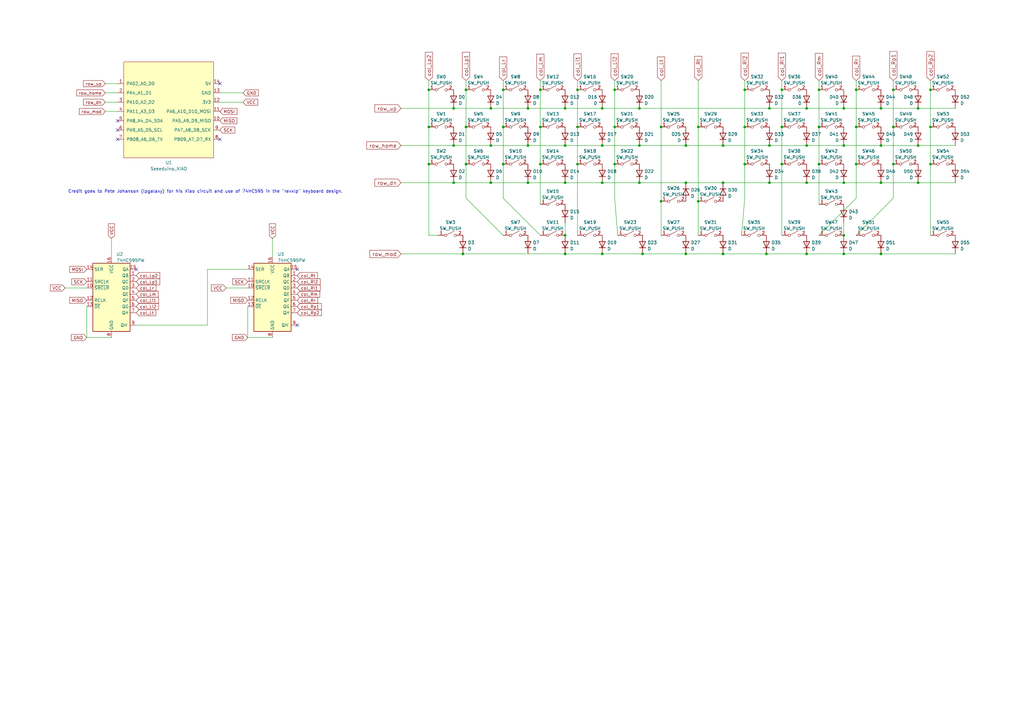
<source format=kicad_sch>
(kicad_sch (version 20211123) (generator eeschema)
  (paper "A3")
  (title_block (title "BumWings_002") (date "2022-11-16") (rev "v0.5") (company "tubby.twins a.k.a. mschnoor"))
  (lib_symbols
    (symbol "74xx:74HC595"
      (property "Reference" "U" (at -7.62 13.97 0))
      (property "Value" "74HC595" (at -7.62 -16.51 0))
      (symbol "74HC595_1_0"
        (pin tri_state line (at 10.16 7.62 180) (length 2.54) (name "QB") (number "1"))
        (pin input line (at -10.16 2.54 0) (length 2.54) (name "~{SRCLR}") (number "10"))
        (pin input line (at -10.16 5.08 0) (length 2.54) (name "SRCLK") (number "11"))
        (pin input line (at -10.16 -2.54 0) (length 2.54) (name "RCLK") (number "12"))
        (pin input line (at -10.16 -5.08 0) (length 2.54) (name "~{OE}") (number "13"))
        (pin input line (at -10.16 10.16 0) (length 2.54) (name "SER") (number "14"))
        (pin tri_state line (at 10.16 10.16 180) (length 2.54) (name "QA") (number "15"))
        (pin power_in line (at 0 15.24 270) (length 2.54) (name "VCC") (number "16"))
        (pin tri_state line (at 10.16 5.08 180) (length 2.54) (name "QC") (number "2"))
        (pin tri_state line (at 10.16 2.54 180) (length 2.54) (name "QD") (number "3"))
        (pin tri_state line (at 10.16 0 180) (length 2.54) (name "QE") (number "4"))
        (pin tri_state line (at 10.16 -2.54 180) (length 2.54) (name "QF") (number "5"))
        (pin tri_state line (at 10.16 -5.08 180) (length 2.54) (name "QG") (number "6"))
        (pin tri_state line (at 10.16 -7.62 180) (length 2.54) (name "QH") (number "7"))
        (pin power_in line (at 0 -17.78 90) (length 2.54) (name "GND") (number "8"))
        (pin output line (at 10.16 -12.7 180) (length 2.54) (name "QH'") (number "9"))
      )
      (symbol "74HC595_1_1"
        (rectangle (start -7.62 12.7) (end 7.62 -15.24) (stroke (width 0.254)) (fill (type background)))
      )
    )
    (symbol "BumWings_SymLibrary:Key_Switch" (pin_names (offset 0) hide)
      (property "Reference" "K" (at 0 3.175 0))
      (symbol "Key_Switch_0_0"
        (circle (center -2.032 0) (radius 0.508))
        (polyline (pts (xy -1.524 0.254) (xy 1.524 1.778)))
        (circle (center 2.032 0) (radius 0.508))
      )
      (symbol "Key_Switch_1_1"
        (pin passive line (at -5.08 0 0) (length 2.54) (name "A") (number "1"))
        (pin passive line (at 5.08 0 180) (length 2.54) (name "B") (number "2"))
      )
    )
    (symbol "Device:D" (pin_numbers hide) (pin_names (offset 1.016) hide)
      (property "Reference" "D" (at 0 2.54 0))
      (property "Value" "D" (at 0 -2.54 0))
      (symbol "D_0_1"
        (polyline (pts (xy -1.27 1.27) (xy -1.27 -1.27)) (stroke (width 0.254)))
        (polyline (pts (xy 1.27 0) (xy -1.27 0)))
        (polyline (pts (xy 1.27 1.27) (xy 1.27 -1.27) (xy -1.27 0) (xy 1.27 1.27)) (stroke (width 0.254)))
      )
      (symbol "D_1_1"
        (pin passive line (at -3.81 0 0) (length 2.54) (name "K") (number "1"))
        (pin passive line (at 3.81 0 180) (length 2.54) (name "A") (number "2"))
      )
    )
    (symbol "Seeeduino XIAO:SeeeduinoXIAO_BLE" (pin_names (offset 1.016))
      (property "Reference" "U1" (at -0.635 -20.9534 0))
      (property "Value" "Seeeduino_XIAO" (at -0.635 -23.4903 0))
      (symbol "SeeeduinoXIAO_BLE_0_1"
        (rectangle (start -19.05 20.32) (end 17.78 -19.05) (fill (type background)))
      )
      (symbol "SeeeduinoXIAO_BLE_1_1"
        (pin bidirectional line (at -21.59 11.43 0) (length 2.54) (name "PA02_A0_D0") (number "1"))
        (pin bidirectional line (at 20.32 -3.81 180) (length 2.54) (name "PA5_A9_D9_MISO") (number "10"))
        (pin bidirectional line (at 20.32 0 180) (length 2.54) (name "PA6_A10_D10_MOSI") (number "11"))
        (pin power_out line (at 20.32 3.81 180) (length 2.54) (name "3V3") (number "12"))
        (pin power_out line (at 20.32 7.62 180) (length 2.54) (name "GND") (number "13"))
        (pin power_out line (at 20.32 11.43 180) (length 2.54) (name "5V") (number "14"))
        (pin bidirectional line (at -21.59 7.62 0) (length 2.54) (name "PA4_A1_D1") (number "2"))
        (pin bidirectional line (at -21.59 3.81 0) (length 2.54) (name "PA10_A2_D2") (number "3"))
        (pin unspecified line (at -21.59 0 0) (length 2.54) (name "PA11_A3_D3") (number "4"))
        (pin bidirectional line (at -21.59 -3.81 0) (length 2.54) (name "PA8_A4_D4_SDA") (number "5"))
        (pin bidirectional line (at -21.59 -7.62 0) (length 2.54) (name "PA9_A5_D5_SCL") (number "6"))
        (pin bidirectional line (at -21.59 -11.43 0) (length 2.54) (name "PB08_A6_D6_TX") (number "7"))
        (pin bidirectional line (at 20.32 -11.43 180) (length 2.54) (name "PB09_A7_D7_RX") (number "8"))
        (pin bidirectional line (at 20.32 -7.62 180) (length 2.54) (name "PA7_A8_D8_SCK") (number "9"))
      )
    )
  )
  (junction (at 206.375 52.07))
  (junction (at 351.155 36.83))
  (junction (at 361.315 59.69))
  (junction (at 346.075 74.93))
  (junction (at 216.535 44.45))
  (junction (at 346.075 59.69))
  (junction (at 247.015 59.69))
  (junction (at 376.555 59.69))
  (junction (at 381.635 36.83))
  (junction (at 206.375 67.31))
  (junction (at 186.055 74.93))
  (junction (at 366.395 67.31))
  (junction (at 330.835 104.14))
  (junction (at 351.155 52.07))
  (junction (at 191.135 36.83))
  (junction (at 231.775 59.69))
  (junction (at 262.255 59.69))
  (junction (at 330.835 74.93))
  (junction (at 236.855 52.07))
  (junction (at 252.095 67.31))
  (junction (at 305.435 52.07))
  (junction (at 305.435 36.83))
  (junction (at 366.395 52.07))
  (junction (at 175.895 67.31))
  (junction (at 247.015 44.45))
  (junction (at 216.535 74.93))
  (junction (at 351.155 67.31))
  (junction (at 346.075 104.14))
  (junction (at 236.855 36.83))
  (junction (at 376.555 44.45))
  (junction (at 186.055 44.45))
  (junction (at 335.915 67.31))
  (junction (at 320.675 52.07))
  (junction (at 381.635 67.31))
  (junction (at 314.325 104.14))
  (junction (at 335.915 52.07))
  (junction (at 231.775 44.45))
  (junction (at 189.865 104.14))
  (junction (at 216.535 59.69))
  (junction (at 263.525 104.14))
  (junction (at 247.015 74.93))
  (junction (at 231.775 74.93))
  (junction (at 361.315 104.14))
  (junction (at 236.855 67.31))
  (junction (at 305.435 67.31))
  (junction (at 231.775 96.52))
  (junction (at 381.635 52.07))
  (junction (at 201.295 74.93))
  (junction (at 296.545 74.93))
  (junction (at 315.595 44.45))
  (junction (at 206.375 36.83))
  (junction (at 296.545 59.69))
  (junction (at 315.595 59.69))
  (junction (at 361.315 74.93))
  (junction (at 252.095 36.83))
  (junction (at 271.145 82.55))
  (junction (at 271.145 52.07))
  (junction (at 330.835 59.69))
  (junction (at 175.895 36.83))
  (junction (at 286.385 52.07))
  (junction (at 221.615 52.07))
  (junction (at 286.385 82.55))
  (junction (at 346.075 44.45))
  (junction (at 320.675 67.31))
  (junction (at 262.255 44.45))
  (junction (at 201.295 59.69))
  (junction (at 221.615 36.83))
  (junction (at 186.055 59.69))
  (junction (at 346.075 96.52))
  (junction (at 281.305 74.93))
  (junction (at 247.015 104.14))
  (junction (at 281.305 59.69))
  (junction (at 262.255 74.93))
  (junction (at 252.095 52.07))
  (junction (at 231.775 104.14))
  (junction (at 335.915 36.83))
  (junction (at 361.315 44.45))
  (junction (at 315.595 74.93))
  (junction (at 191.135 52.07))
  (junction (at 281.305 104.14))
  (junction (at 376.555 74.93))
  (junction (at 366.395 36.83))
  (junction (at 296.545 104.14))
  (junction (at 221.615 67.31))
  (junction (at 330.835 44.45))
  (junction (at 175.895 52.07))
  (junction (at 201.295 44.45))
  (junction (at 320.675 36.83))
  (junction (at 191.135 67.31))
  (no_connect (at 48.26 57.15))
  (no_connect (at 48.26 53.34))
  (no_connect (at 48.26 49.53))
  (no_connect (at 90.17 34.29))
  (no_connect (at 55.88 110.49))
  (no_connect (at 121.92 110.49))
  (no_connect (at 121.92 133.35))
  (no_connect (at 90.17 57.15))
  (wire (pts (xy 320.675 67.31) (xy 320.675 96.52)))
  (wire (pts (xy 271.145 96.52) (xy 271.145 82.55)))
  (wire (pts (xy 191.135 67.31) (xy 191.135 81.28)))
  (wire (pts (xy 262.255 74.93) (xy 281.305 74.93)))
  (wire (pts (xy 45.72 97.79) (xy 45.72 105.41)))
  (wire (pts (xy 320.675 33.02) (xy 320.675 36.83)))
  (wire (pts (xy 55.88 133.35) (xy 85.09 133.35)))
  (wire (pts (xy 262.255 59.69) (xy 281.305 59.69)))
  (wire (pts (xy 216.535 104.14) (xy 231.775 104.14)))
  (wire (pts (xy 361.315 74.93) (xy 376.555 74.93)))
  (wire (pts (xy 320.675 52.07) (xy 320.675 67.31)))
  (wire (pts (xy 252.095 67.31) (xy 252.095 81.28)))
  (wire (pts (xy 271.145 52.07) (xy 271.145 82.55)))
  (wire (pts (xy 305.435 36.83) (xy 305.435 52.07)))
  (wire (pts (xy 206.375 67.31) (xy 206.375 81.28)))
  (wire (pts (xy 361.315 59.69) (xy 376.555 59.69)))
  (wire (pts (xy 175.895 36.83) (xy 175.895 52.07)))
  (wire (pts (xy 221.615 36.83) (xy 221.615 52.07)))
  (wire (pts (xy 175.895 52.07) (xy 175.895 67.31)))
  (wire (pts (xy 335.915 96.52) (xy 351.155 81.28)))
  (wire (pts (xy 315.595 74.93) (xy 330.835 74.93)))
  (wire (pts (xy 216.535 59.69) (xy 231.775 59.69)))
  (wire (pts (xy 305.435 67.31) (xy 305.435 81.28)))
  (wire (pts (xy 361.315 44.45) (xy 376.555 44.45)))
  (wire (pts (xy 315.595 44.45) (xy 330.835 44.45)))
  (wire (pts (xy 376.555 44.45) (xy 391.795 44.45)))
  (wire (pts (xy 43.18 41.91) (xy 48.26 41.91)))
  (wire (pts (xy 252.095 36.83) (xy 252.095 52.07)))
  (wire (pts (xy 216.535 74.93) (xy 231.775 74.93)))
  (wire (pts (xy 286.385 33.02) (xy 286.385 52.07)))
  (wire (pts (xy 164.465 59.69) (xy 186.055 59.69)))
  (wire (pts (xy 221.615 67.31) (xy 221.615 83.82)))
  (wire (pts (xy 231.775 104.14) (xy 247.015 104.14)))
  (wire (pts (xy 175.895 33.02) (xy 175.895 36.83)))
  (wire (pts (xy 99.695 41.91) (xy 90.17 41.91)))
  (wire (pts (xy 101.6 118.11) (xy 92.71 118.11)))
  (wire (pts (xy 351.155 67.31) (xy 351.155 81.28)))
  (wire (pts (xy 186.055 74.93) (xy 201.295 74.93)))
  (wire (pts (xy 111.76 97.79) (xy 111.76 105.41)))
  (wire (pts (xy 263.525 104.14) (xy 281.305 104.14)))
  (wire (pts (xy 381.635 33.02) (xy 381.635 36.83)))
  (wire (pts (xy 186.055 44.45) (xy 201.295 44.45)))
  (wire (pts (xy 346.075 59.69) (xy 361.315 59.69)))
  (wire (pts (xy 252.095 33.02) (xy 252.095 36.83)))
  (wire (pts (xy 43.18 34.29) (xy 48.26 34.29)))
  (wire (pts (xy 346.075 91.44) (xy 346.075 96.52)))
  (wire (pts (xy 381.635 52.07) (xy 381.635 67.31)))
  (wire (pts (xy 231.775 44.45) (xy 247.015 44.45)))
  (wire (pts (xy 296.545 104.14) (xy 314.325 104.14)))
  (wire (pts (xy 35.56 125.73) (xy 35.56 138.43)))
  (wire (pts (xy 296.545 74.93) (xy 315.595 74.93)))
  (wire (pts (xy 314.325 104.14) (xy 330.835 104.14)))
  (wire (pts (xy 101.6 125.73) (xy 101.6 138.43)))
  (wire (pts (xy 286.385 96.52) (xy 286.385 82.55)))
  (wire (pts (xy 99.695 38.1) (xy 90.17 38.1)))
  (wire (pts (xy 101.6 138.43) (xy 111.76 138.43)))
  (wire (pts (xy 236.855 67.31) (xy 236.855 96.52)))
  (wire (pts (xy 281.305 74.93) (xy 296.545 74.93)))
  (wire (pts (xy 247.015 104.14) (xy 263.525 104.14)))
  (wire (pts (xy 191.135 36.83) (xy 191.135 52.07)))
  (wire (pts (xy 216.535 44.45) (xy 231.775 44.45)))
  (wire (pts (xy 315.595 59.69) (xy 330.835 59.69)))
  (wire (pts (xy 346.075 44.45) (xy 361.315 44.45)))
  (wire (pts (xy 335.915 36.83) (xy 335.915 52.07)))
  (wire (pts (xy 221.615 52.07) (xy 221.615 67.31)))
  (wire (pts (xy 85.09 110.49) (xy 101.6 110.49)))
  (wire (pts (xy 236.855 33.02) (xy 236.855 36.83)))
  (wire (pts (xy 164.465 44.45) (xy 186.055 44.45)))
  (wire (pts (xy 247.015 44.45) (xy 262.255 44.45)))
  (wire (pts (xy 366.395 52.07) (xy 366.395 67.31)))
  (wire (pts (xy 231.775 91.44) (xy 231.775 96.52)))
  (wire (pts (xy 85.09 133.35) (xy 85.09 110.49)))
  (wire (pts (xy 286.385 52.07) (xy 286.385 82.55)))
  (wire (pts (xy 346.075 74.93) (xy 361.315 74.93)))
  (wire (pts (xy 351.155 96.52) (xy 366.395 81.28)))
  (wire (pts (xy 281.305 59.69) (xy 296.545 59.69)))
  (wire (pts (xy 236.855 36.83) (xy 236.855 52.07)))
  (wire (pts (xy 247.015 59.69) (xy 262.255 59.69)))
  (wire (pts (xy 351.155 33.02) (xy 351.155 36.83)))
  (wire (pts (xy 35.56 118.11) (xy 26.67 118.11)))
  (wire (pts (xy 346.075 104.14) (xy 361.315 104.14)))
  (wire (pts (xy 305.435 81.28) (xy 304.165 96.52)))
  (wire (pts (xy 376.555 59.69) (xy 391.795 59.69)))
  (wire (pts (xy 201.295 59.69) (xy 216.535 59.69)))
  (wire (pts (xy 231.775 74.93) (xy 247.015 74.93)))
  (wire (pts (xy 201.295 44.45) (xy 216.535 44.45)))
  (wire (pts (xy 221.615 33.02) (xy 221.615 36.83)))
  (wire (pts (xy 281.305 104.14) (xy 296.545 104.14)))
  (wire (pts (xy 252.095 52.07) (xy 252.095 67.31)))
  (wire (pts (xy 366.395 33.02) (xy 366.395 36.83)))
  (wire (pts (xy 271.145 33.02) (xy 271.145 52.07)))
  (wire (pts (xy 164.465 74.93) (xy 186.055 74.93)))
  (wire (pts (xy 206.375 33.02) (xy 206.375 36.83)))
  (wire (pts (xy 330.835 44.45) (xy 346.075 44.45)))
  (wire (pts (xy 206.375 81.28) (xy 221.615 96.52)))
  (wire (pts (xy 351.155 52.07) (xy 351.155 67.31)))
  (wire (pts (xy 335.915 52.07) (xy 335.915 67.31)))
  (wire (pts (xy 191.135 33.02) (xy 191.135 36.83)))
  (wire (pts (xy 381.635 67.31) (xy 381.635 96.52)))
  (wire (pts (xy 186.055 59.69) (xy 201.295 59.69)))
  (wire (pts (xy 236.855 52.07) (xy 236.855 67.31)))
  (wire (pts (xy 330.835 59.69) (xy 346.075 59.69)))
  (wire (pts (xy 175.895 96.52) (xy 179.705 96.52)))
  (wire (pts (xy 201.295 74.93) (xy 216.535 74.93)))
  (wire (pts (xy 366.395 67.31) (xy 366.395 81.28)))
  (wire (pts (xy 262.255 44.45) (xy 315.595 44.45)))
  (wire (pts (xy 330.835 104.14) (xy 346.075 104.14)))
  (wire (pts (xy 376.555 74.93) (xy 391.795 74.93)))
  (wire (pts (xy 381.635 36.83) (xy 381.635 52.07)))
  (wire (pts (xy 43.18 45.72) (xy 48.26 45.72)))
  (wire (pts (xy 206.375 52.07) (xy 206.375 67.31)))
  (wire (pts (xy 252.095 81.28) (xy 253.365 96.52)))
  (wire (pts (xy 231.775 59.69) (xy 247.015 59.69)))
  (wire (pts (xy 191.135 52.07) (xy 191.135 67.31)))
  (wire (pts (xy 330.835 74.93) (xy 346.075 74.93)))
  (wire (pts (xy 164.465 104.14) (xy 189.865 104.14)))
  (wire (pts (xy 351.155 36.83) (xy 351.155 52.07)))
  (wire (pts (xy 366.395 36.83) (xy 366.395 52.07)))
  (wire (pts (xy 247.015 74.93) (xy 262.255 74.93)))
  (wire (pts (xy 43.18 38.1) (xy 48.26 38.1)))
  (wire (pts (xy 335.915 67.31) (xy 335.915 83.82)))
  (wire (pts (xy 305.435 33.02) (xy 305.435 36.83)))
  (wire (pts (xy 305.435 52.07) (xy 305.435 67.31)))
  (wire (pts (xy 189.865 104.14) (xy 215.9 104.14)))
  (wire (pts (xy 335.915 33.02) (xy 335.915 36.83)))
  (wire (pts (xy 296.545 59.69) (xy 315.595 59.69)))
  (wire (pts (xy 320.675 36.83) (xy 320.675 52.07)))
  (wire (pts (xy 206.375 36.83) (xy 206.375 52.07)))
  (wire (pts (xy 175.895 67.31) (xy 175.895 96.52)))
  (wire (pts (xy 191.135 81.28) (xy 206.375 96.52)))
  (wire (pts (xy 35.56 138.43) (xy 45.72 138.43)))
  (wire (pts (xy 361.315 104.14) (xy 391.795 104.14)))
  (text "Credit goes to Pete Johanson (lpgalaxy) for his Xiao circuit and use of 74HC595 in the \"revxlp\" keyboard design." (at 27.94 79.375 0) (effects (font (size 1.27 1.27)) (justify left bottom)))
  (global_label "col_Li1" (shape input) (at 236.855 33.02 90) (effects (font (size 1.524 1.524))) (property "Intersheet References" "${INTERSHEET_REFS}" (effects hide)))
  (global_label "VCC" (shape input) (at 45.72 97.79 90) (property "Intersheet References" "${INTERSHEET_REFS}" (effects hide)))
  (global_label "col_Lm" (shape input) (at 221.615 33.02 90) (effects (font (size 1.524 1.524))) (property "Intersheet References" "${INTERSHEET_REFS}" (effects hide)))
  (global_label "row_dn" (shape input) (at 164.465 74.93 180) (effects (font (size 1.524 1.524))) (property "Intersheet References" "${INTERSHEET_REFS}" (effects hide)))
  (global_label "GND" (shape input) (at 99.695 38.1 0) (property "Intersheet References" "${INTERSHEET_REFS}" (effects hide)))
  (global_label "row_mod" (shape input) (at 43.18 45.72 180) (property "Intersheet References" "${INTERSHEET_REFS}" (effects hide)))
  (global_label "col_Rr" (shape input) (at 351.155 33.02 90) (effects (font (size 1.524 1.524))) (property "Intersheet References" "${INTERSHEET_REFS}" (effects hide)))
  (global_label "col_Rt" (shape input) (at 121.92 113.03 0) (property "Intersheet References" "${INTERSHEET_REFS}" (effects hide)))
  (global_label "GND" (shape input) (at 35.56 138.43 180) (property "Intersheet References" "${INTERSHEET_REFS}" (effects hide)))
  (global_label "SCK" (shape input) (at 35.56 115.57 180) (property "Intersheet References" "${INTERSHEET_REFS}" (effects hide)))
  (global_label "col_Li2" (shape input) (at 55.88 125.73 0) (property "Intersheet References" "${INTERSHEET_REFS}" (effects hide)))
  (global_label "VCC" (shape input) (at 92.71 118.11 180) (property "Intersheet References" "${INTERSHEET_REFS}" (effects hide)))
  (global_label "col_Lp1" (shape input) (at 55.88 115.57 0) (property "Intersheet References" "${INTERSHEET_REFS}" (effects hide)))
  (global_label "VCC" (shape input) (at 111.76 97.79 90) (property "Intersheet References" "${INTERSHEET_REFS}" (effects hide)))
  (global_label "col_Rp2" (shape input) (at 121.92 128.27 0) (property "Intersheet References" "${INTERSHEET_REFS}" (effects hide)))
  (global_label "col_Rm" (shape input) (at 121.92 120.65 0) (property "Intersheet References" "${INTERSHEET_REFS}" (effects hide)))
  (global_label "col_Lp1" (shape input) (at 191.135 33.02 90) (effects (font (size 1.524 1.524))) (property "Intersheet References" "${INTERSHEET_REFS}" (effects hide)))
  (global_label "MISO" (shape input) (at 101.6 123.19 180) (property "Intersheet References" "${INTERSHEET_REFS}" (effects hide)))
  (global_label "col_Lm" (shape input) (at 55.88 120.65 0) (property "Intersheet References" "${INTERSHEET_REFS}" (effects hide)))
  (global_label "col_Lt" (shape input) (at 55.88 128.27 0) (property "Intersheet References" "${INTERSHEET_REFS}" (effects hide)))
  (global_label "VCC" (shape input) (at 99.695 41.91 0) (property "Intersheet References" "${INTERSHEET_REFS}" (effects hide)))
  (global_label "row_home" (shape input) (at 43.18 38.1 180) (property "Intersheet References" "${INTERSHEET_REFS}" (effects hide)))
  (global_label "MOSI" (shape input) (at 90.17 45.72 0) (property "Intersheet References" "${INTERSHEET_REFS}" (effects hide)))
  (global_label "col_Ri2" (shape input) (at 121.92 115.57 0) (property "Intersheet References" "${INTERSHEET_REFS}" (effects hide)))
  (global_label "col_Lp2" (shape input) (at 175.895 33.02 90) (effects (font (size 1.524 1.524))) (property "Intersheet References" "${INTERSHEET_REFS}" (effects hide)))
  (global_label "col_Rr" (shape input) (at 121.92 123.19 0) (property "Intersheet References" "${INTERSHEET_REFS}" (effects hide)))
  (global_label "col_Lt" (shape input) (at 271.145 33.02 90) (effects (font (size 1.524 1.524))) (property "Intersheet References" "${INTERSHEET_REFS}" (effects hide)))
  (global_label "col_Rp2" (shape input) (at 381.635 33.02 90) (effects (font (size 1.524 1.524))) (property "Intersheet References" "${INTERSHEET_REFS}" (effects hide)))
  (global_label "SCK" (shape input) (at 90.17 53.34 0) (property "Intersheet References" "${INTERSHEET_REFS}" (effects hide)))
  (global_label "GND" (shape input) (at 101.6 138.43 180) (property "Intersheet References" "${INTERSHEET_REFS}" (effects hide)))
  (global_label "col_Lr" (shape input) (at 206.375 33.02 90) (effects (font (size 1.524 1.524))) (property "Intersheet References" "${INTERSHEET_REFS}" (effects hide)))
  (global_label "col_Ri1" (shape input) (at 121.92 118.11 0) (property "Intersheet References" "${INTERSHEET_REFS}" (effects hide)))
  (global_label "MISO" (shape input) (at 35.56 123.19 180) (property "Intersheet References" "${INTERSHEET_REFS}" (effects hide)))
  (global_label "row_up" (shape input) (at 43.18 34.29 180) (property "Intersheet References" "${INTERSHEET_REFS}" (effects hide)))
  (global_label "col_Ri2" (shape input) (at 305.435 33.02 90) (effects (font (size 1.524 1.524))) (property "Intersheet References" "${INTERSHEET_REFS}" (effects hide)))
  (global_label "col_Lr" (shape input) (at 55.88 118.11 0) (property "Intersheet References" "${INTERSHEET_REFS}" (effects hide)))
  (global_label "MISO" (shape input) (at 90.17 49.53 0) (property "Intersheet References" "${INTERSHEET_REFS}" (effects hide)))
  (global_label "row_home" (shape input) (at 164.465 59.69 180) (effects (font (size 1.524 1.524))) (property "Intersheet References" "${INTERSHEET_REFS}" (effects hide)))
  (global_label "col_Li1" (shape input) (at 55.88 123.19 0) (property "Intersheet References" "${INTERSHEET_REFS}" (effects hide)))
  (global_label "col_Rp1" (shape input) (at 366.395 33.02 90) (effects (font (size 1.524 1.524))) (property "Intersheet References" "${INTERSHEET_REFS}" (effects hide)))
  (global_label "row_mod" (shape input) (at 164.465 104.14 180) (effects (font (size 1.524 1.524))) (property "Intersheet References" "${INTERSHEET_REFS}" (effects hide)))
  (global_label "col_Ri1" (shape input) (at 320.675 33.02 90) (effects (font (size 1.524 1.524))) (property "Intersheet References" "${INTERSHEET_REFS}" (effects hide)))
  (global_label "row_dn" (shape input) (at 43.18 41.91 180) (property "Intersheet References" "${INTERSHEET_REFS}" (effects hide)))
  (global_label "row_up" (shape input) (at 164.465 44.45 180) (effects (font (size 1.524 1.524))) (property "Intersheet References" "${INTERSHEET_REFS}" (effects hide)))
  (global_label "SCK" (shape input) (at 101.6 115.57 180) (property "Intersheet References" "${INTERSHEET_REFS}" (effects hide)))
  (global_label "col_Rp1" (shape input) (at 121.92 125.73 0) (property "Intersheet References" "${INTERSHEET_REFS}" (effects hide)))
  (global_label "col_Li2" (shape input) (at 252.095 33.02 90) (effects (font (size 1.524 1.524))) (property "Intersheet References" "${INTERSHEET_REFS}" (effects hide)))
  (global_label "col_Lp2" (shape input) (at 55.88 113.03 0) (property "Intersheet References" "${INTERSHEET_REFS}" (effects hide)))
  (global_label "col_Rt" (shape input) (at 286.385 33.02 90) (effects (font (size 1.524 1.524))) (property "Intersheet References" "${INTERSHEET_REFS}" (effects hide)))
  (global_label "MOSI" (shape input) (at 35.56 110.49 180) (property "Intersheet References" "${INTERSHEET_REFS}" (effects hide)))
  (global_label "VCC" (shape input) (at 26.67 118.11 180) (property "Intersheet References" "${INTERSHEET_REFS}" (effects hide)))
  (global_label "col_Rm" (shape input) (at 335.915 33.02 90) (effects (font (size 1.524 1.524))) (property "Intersheet References" "${INTERSHEET_REFS}" (effects hide)))
  (symbol (lib_id "Device:D") (at 186.055 40.64 90) (unit 1)
    (property "Reference" "D0" (at 188.087 39.8053 90) (effects (justify right)))
    (property "Value" "D" (at 188.087 42.3422 90) (effects (justify right)))
    (property "Footprint" "BumWings_Library:Diode_D_SOD-123" (effects hide))
  )
  (symbol (lib_id "BumWings_SymLibrary:Key_Switch") (at 184.785 96.52 0) (unit 1)
    (property "Reference" "SW3" (at 184.785 91.1692 0))
    (property "Value" "SW_PUSH" (at 184.785 93.7061 0))
    (property "Footprint" "BumWings_Library:Kailh_PG1350_1.5u_hotswap" (effects hide))
  )
  (symbol (lib_id "Device:D") (at 330.835 55.88 90) (unit 1)
    (property "Reference" "D37" (at 332.867 55.0453 90) (effects (justify right)))
    (property "Value" "D" (at 332.867 57.5822 90) (effects (justify right)))
    (property "Footprint" "BumWings_Library:Diode_D_SOD-123" (effects hide))
  )
  (symbol (lib_id "Device:D") (at 247.015 71.12 90) (unit 1)
    (property "Reference" "D18" (at 249.047 70.2853 90) (effects (justify right)))
    (property "Value" "D" (at 249.047 72.8222 90) (effects (justify right)))
    (property "Footprint" "BumWings_Library:Diode_D_SOD-123" (effects hide))
  )
  (symbol (lib_id "Device:D") (at 201.295 55.88 90) (unit 1)
    (property "Reference" "D5" (at 203.327 55.0453 90) (effects (justify right)))
    (property "Value" "D" (at 203.327 57.5822 90) (effects (justify right)))
    (property "Footprint" "BumWings_Library:Diode_D_SOD-123" (effects hide))
  )
  (symbol (lib_id "BumWings_SymLibrary:Key_Switch") (at 226.695 83.82 0) (unit 1)
    (property "Reference" "SW15" (at 226.695 78.4692 0))
    (property "Value" "SW_PUSH" (at 226.695 81.0061 0))
    (property "Footprint" "BumWings_Library:Kailh_PG1350_1u_hotswap" (effects hide))
  )
  (symbol (lib_id "BumWings_SymLibrary:Key_Switch") (at 241.935 96.52 0) (unit 1)
    (property "Reference" "SW19" (at 241.935 91.1692 0))
    (property "Value" "SW_PUSH" (at 241.935 93.7061 0))
    (property "Footprint" "BumWings_Library:Kailh_PG1350_1u_hotswap" (effects hide))
  )
  (symbol (lib_id "74xx:74HC595") (at 45.72 120.65 0) (unit 1)
    (property "Reference" "U2" (at 47.7394 104.2502 0) (effects (justify left)))
    (property "Value" "74HC595PW" (at 47.7394 106.7871 0) (effects (justify left)))
    (property "Footprint" "Package_SO:TSSOP-16_4.4x5mm_P0.65mm" (effects hide))
    (property "Datasheet" "http://www.ti.com/lit/ds/symlink/sn74hc595.pdf" (effects hide))
    (property "LCSC Part Number" "C10092" (effects hide))
  )
  (symbol (lib_id "Device:D") (at 281.305 100.33 90) (unit 1)
    (property "Reference" "D27" (at 283.337 99.4953 90) (effects (justify right)))
    (property "Value" "D" (at 283.337 102.0322 90) (effects (justify right)))
    (property "Footprint" "BumWings_Library:Diode_D_SOD-123" (effects hide))
  )
  (symbol (lib_id "Device:D") (at 361.315 40.64 90) (unit 1)
    (property "Reference" "D44" (at 363.347 39.8053 90) (effects (justify right)))
    (property "Value" "D" (at 363.347 42.3422 90) (effects (justify right)))
    (property "Footprint" "BumWings_Library:Diode_D_SOD-123" (effects hide))
  )
  (symbol (lib_id "Device:D") (at 391.795 100.33 90) (unit 1)
    (property "Reference" "D55" (at 393.827 99.4953 90) (effects (justify right)))
    (property "Value" "D" (at 393.827 102.0322 90) (effects (justify right)))
    (property "Footprint" "BumWings_Library:Diode_D_SOD-123" (effects hide))
  )
  (symbol (lib_id "74xx:74HC595") (at 111.76 120.65 0) (unit 1)
    (property "Reference" "U3" (at 113.7794 104.2502 0) (effects (justify left)))
    (property "Value" "74HC595PW" (at 113.7794 106.7871 0) (effects (justify left)))
    (property "Footprint" "Package_SO:TSSOP-16_4.4x5mm_P0.65mm" (effects hide))
    (property "Datasheet" "http://www.ti.com/lit/ds/symlink/sn74hc595.pdf" (effects hide))
    (property "LCSC Part Number" "C10092" (effects hide))
  )
  (symbol (lib_id "Device:D") (at 315.595 71.12 90) (unit 1)
    (property "Reference" "D34" (at 317.627 70.2853 90) (effects (justify right)))
    (property "Value" "D" (at 317.627 72.8222 90) (effects (justify right)))
    (property "Footprint" "BumWings_Library:Diode_D_SOD-123" (effects hide))
  )
  (symbol (lib_id "BumWings_SymLibrary:Key_Switch") (at 291.465 96.52 0) (unit 1)
    (property "Reference" "SW31" (at 291.465 91.1692 0))
    (property "Value" "SW_PUSH" (at 291.465 93.7061 0))
    (property "Footprint" "BumWings_Library:Kailh_PG1350_1.5u_hotswap" (effects hide))
  )
  (symbol (lib_id "Device:D") (at 262.255 55.88 90) (unit 1)
    (property "Reference" "D21" (at 264.287 55.0453 90) (effects (justify right)))
    (property "Value" "D" (at 264.287 57.5822 90) (effects (justify right)))
    (property "Footprint" "BumWings_Library:Diode_D_SOD-123" (effects hide))
  )
  (symbol (lib_id "Device:D") (at 263.525 100.33 90) (unit 1)
    (property "Reference" "D23" (at 265.557 99.4953 90) (effects (justify right)))
    (property "Value" "D" (at 265.557 102.0322 90) (effects (justify right)))
    (property "Footprint" "BumWings_Library:Diode_D_SOD-123" (effects hide))
  )
  (symbol (lib_id "Device:D") (at 296.545 78.74 270) (unit 1)
    (property "Reference" "D30" (at 298.577 77.9053 90) (effects (justify left)))
    (property "Value" "D" (at 298.577 80.4422 90) (effects (justify left)))
    (property "Footprint" "BumWings_Library:Diode_D_SOD-123" (effects hide))
  )
  (symbol (lib_id "BumWings_SymLibrary:Key_Switch") (at 180.975 36.83 0) (unit 1)
    (property "Reference" "SW0" (at 180.975 31.4792 0))
    (property "Value" "SW_PUSH" (at 180.975 34.0161 0))
    (property "Footprint" "BumWings_Library:Kailh_PG1350_1u_hotswap" (effects hide))
  )
  (symbol (lib_id "BumWings_SymLibrary:Key_Switch") (at 309.245 96.52 0) (unit 1)
    (property "Reference" "SW35" (at 309.245 91.1692 0))
    (property "Value" "SW_PUSH" (at 309.245 93.7061 0))
    (property "Footprint" "BumWings_Library:Kailh_PG1350_2u_stab_hotswap" (effects hide))
  )
  (symbol (lib_id "Device:D") (at 201.295 40.64 90) (unit 1)
    (property "Reference" "D4" (at 203.327 39.8053 90) (effects (justify right)))
    (property "Value" "D" (at 203.327 42.3422 90) (effects (justify right)))
    (property "Footprint" "BumWings_Library:Diode_D_SOD-123" (effects hide))
  )
  (symbol (lib_id "Device:D") (at 346.075 87.63 90) (unit 1)
    (property "Reference" "D43" (at 348.107 86.7953 90) (effects (justify right)))
    (property "Value" "D" (at 348.107 89.3322 90) (effects (justify right)))
    (property "Footprint" "BumWings_Library:Diode_D_SOD-123" (effects hide))
  )
  (symbol (lib_id "Device:D") (at 391.795 71.12 90) (unit 1)
    (property "Reference" "D54" (at 393.827 70.2853 90) (effects (justify right)))
    (property "Value" "D" (at 393.827 72.8222 90) (effects (justify right)))
    (property "Footprint" "BumWings_Library:Diode_D_SOD-123" (effects hide))
  )
  (symbol (lib_id "BumWings_SymLibrary:Key_Switch") (at 340.995 52.07 0) (unit 1)
    (property "Reference" "SW41" (at 340.995 46.7192 0))
    (property "Value" "SW_PUSH" (at 340.995 49.2561 0))
    (property "Footprint" "BumWings_Library:Kailh_PG1350_1u_hotswap" (effects hide))
  )
  (symbol (lib_id "Device:D") (at 262.255 40.64 90) (unit 1)
    (property "Reference" "D20" (at 264.287 39.8053 90) (effects (justify right)))
    (property "Value" "D" (at 264.287 42.3422 90) (effects (justify right)))
    (property "Footprint" "BumWings_Library:Diode_D_SOD-123" (effects hide))
  )
  (symbol (lib_id "BumWings_SymLibrary:Key_Switch") (at 371.475 67.31 0) (unit 1)
    (property "Reference" "SW50" (at 371.475 61.9592 0))
    (property "Value" "SW_PUSH" (at 371.475 64.4961 0))
    (property "Footprint" "BumWings_Library:Kailh_PG1350_1u_hotswap" (effects hide))
  )
  (symbol (lib_id "Device:D") (at 231.775 55.88 90) (unit 1)
    (property "Reference" "D13" (at 233.807 55.0453 90) (effects (justify right)))
    (property "Value" "D" (at 233.807 57.5822 90) (effects (justify right)))
    (property "Footprint" "BumWings_Library:Diode_D_SOD-123" (effects hide))
  )
  (symbol (lib_id "BumWings_SymLibrary:Key_Switch") (at 325.755 36.83 0) (unit 1)
    (property "Reference" "SW36" (at 325.755 31.4792 0))
    (property "Value" "SW_PUSH" (at 325.755 34.0161 0))
    (property "Footprint" "BumWings_Library:Kailh_PG1350_1u_hotswap" (effects hide))
  )
  (symbol (lib_id "Device:D") (at 361.315 100.33 90) (unit 1)
    (property "Reference" "D51" (at 363.347 99.4953 90) (effects (justify right)))
    (property "Value" "D" (at 363.347 102.0322 90) (effects (justify right)))
    (property "Footprint" "BumWings_Library:Diode_D_SOD-123" (effects hide))
  )
  (symbol (lib_id "BumWings_SymLibrary:Key_Switch") (at 386.715 52.07 0) (unit 1)
    (property "Reference" "SW53" (at 386.715 46.7192 0))
    (property "Value" "SW_PUSH" (at 386.715 49.2561 0))
    (property "Footprint" "BumWings_Library:Kailh_PG1350_1u_hotswap" (effects hide))
  )
  (symbol (lib_id "BumWings_SymLibrary:Key_Switch") (at 258.445 96.52 0) (unit 1)
    (property "Reference" "SW23" (at 258.445 91.1692 0))
    (property "Value" "SW_PUSH" (at 258.445 93.7061 0))
    (property "Footprint" "BumWings_Library:Kailh_PG1350_2u_stab_hotswap" (effects hide))
  )
  (symbol (lib_id "Device:D") (at 216.535 40.64 90) (unit 1)
    (property "Reference" "D8" (at 218.567 39.8053 90) (effects (justify right)))
    (property "Value" "D" (at 218.567 42.3422 90) (effects (justify right)))
    (property "Footprint" "BumWings_Library:Diode_D_SOD-123" (effects hide))
  )
  (symbol (lib_id "Device:D") (at 330.835 40.64 90) (unit 1)
    (property "Reference" "D36" (at 328.803 39.8053 90) (effects (justify left)))
    (property "Value" "D" (at 328.803 42.3422 90) (effects (justify left)))
    (property "Footprint" "BumWings_Library:Diode_D_SOD-123" (effects hide))
  )
  (symbol (lib_id "BumWings_SymLibrary:Key_Switch") (at 386.715 67.31 0) (unit 1)
    (property "Reference" "SW54" (at 386.715 61.9592 0))
    (property "Value" "SW_PUSH" (at 386.715 64.4961 0))
    (property "Footprint" "BumWings_Library:Kailh_PG1350_1u_hotswap" (effects hide))
  )
  (symbol (lib_id "Device:D") (at 247.015 55.88 90) (unit 1)
    (property "Reference" "D17" (at 249.047 55.0453 90) (effects (justify right)))
    (property "Value" "D" (at 249.047 57.5822 90) (effects (justify right)))
    (property "Footprint" "BumWings_Library:Diode_D_SOD-123" (effects hide))
  )
  (symbol (lib_id "BumWings_SymLibrary:Key_Switch") (at 371.475 36.83 0) (unit 1)
    (property "Reference" "SW48" (at 371.475 31.4792 0))
    (property "Value" "SW_PUSH" (at 371.475 34.0161 0))
    (property "Footprint" "BumWings_Library:Kailh_PG1350_1u_hotswap" (effects hide))
  )
  (symbol (lib_id "BumWings_SymLibrary:Key_Switch") (at 325.755 52.07 0) (unit 1)
    (property "Reference" "SW37" (at 325.755 46.7192 0))
    (property "Value" "SW_PUSH" (at 325.755 49.2561 0))
    (property "Footprint" "BumWings_Library:Kailh_PG1350_1u_hotswap" (effects hide))
  )
  (symbol (lib_id "Device:D") (at 281.305 78.74 270) (unit 1)
    (property "Reference" "D26" (at 283.337 77.9053 90) (effects (justify left)))
    (property "Value" "D" (at 283.337 80.4422 90) (effects (justify left)))
    (property "Footprint" "BumWings_Library:Diode_D_SOD-123" (effects hide))
  )
  (symbol (lib_id "Device:D") (at 346.075 100.33 90) (unit 1)
    (property "Reference" "D47" (at 348.107 99.4953 90) (effects (justify right)))
    (property "Value" "D" (at 348.107 102.0322 90) (effects (justify right)))
    (property "Footprint" "BumWings_Library:Diode_D_SOD-123" (effects hide))
  )
  (symbol (lib_id "BumWings_SymLibrary:Key_Switch") (at 371.475 52.07 0) (unit 1)
    (property "Reference" "SW49" (at 371.475 46.7192 0))
    (property "Value" "SW_PUSH" (at 371.475 49.2561 0))
    (property "Footprint" "BumWings_Library:Kailh_PG1350_1u_hotswap" (effects hide))
  )
  (symbol (lib_id "Device:D") (at 231.775 40.64 90) (unit 1)
    (property "Reference" "D12" (at 233.807 39.8053 90) (effects (justify right)))
    (property "Value" "D" (at 233.807 42.3422 90) (effects (justify right)))
    (property "Footprint" "BumWings_Library:Diode_D_SOD-123" (effects hide))
  )
  (symbol (lib_id "BumWings_SymLibrary:Key_Switch") (at 257.175 36.83 0) (unit 1)
    (property "Reference" "SW20" (at 257.175 31.4792 0))
    (property "Value" "SW_PUSH" (at 257.175 34.0161 0))
    (property "Footprint" "BumWings_Library:Kailh_PG1350_1u_hotswap" (effects hide))
  )
  (symbol (lib_id "BumWings_SymLibrary:Key_Switch") (at 180.975 52.07 0) (unit 1)
    (property "Reference" "SW1" (at 180.975 46.7192 0))
    (property "Value" "SW_PUSH" (at 180.975 49.2561 0))
    (property "Footprint" "BumWings_Library:Kailh_PG1350_1u_hotswap" (effects hide))
  )
  (symbol (lib_id "Device:D") (at 391.795 40.64 90) (unit 1)
    (property "Reference" "D52" (at 393.827 39.8053 90) (effects (justify right)))
    (property "Value" "D" (at 393.827 42.3422 90) (effects (justify right)))
    (property "Footprint" "BumWings_Library:Diode_D_SOD-123" (effects hide))
  )
  (symbol (lib_id "BumWings_SymLibrary:Key_Switch") (at 241.935 36.83 0) (unit 1)
    (property "Reference" "SW16" (at 241.935 31.4792 0))
    (property "Value" "SW_PUSH" (at 241.935 34.0161 0))
    (property "Footprint" "BumWings_Library:Kailh_PG1350_1u_hotswap" (effects hide))
  )
  (symbol (lib_id "BumWings_SymLibrary:Key_Switch") (at 386.715 96.52 0) (unit 1)
    (property "Reference" "SW55" (at 386.715 91.1692 0))
    (property "Value" "SW_PUSH" (at 386.715 93.7061 0))
    (property "Footprint" "BumWings_Library:Kailh_PG1350_1.5u_hotswap" (effects hide))
  )
  (symbol (lib_id "BumWings_SymLibrary:Key_Switch") (at 276.225 96.52 0) (unit 1)
    (property "Reference" "SW27" (at 276.225 91.1692 0))
    (property "Value" "SW_PUSH" (at 276.225 93.7061 0))
    (property "Footprint" "BumWings_Library:Kailh_PG1350_1.5u_hotswap" (effects hide))
  )
  (symbol (lib_id "BumWings_SymLibrary:Key_Switch") (at 211.455 52.07 0) (unit 1)
    (property "Reference" "SW9" (at 211.455 46.7192 0))
    (property "Value" "SW_PUSH" (at 211.455 49.2561 0))
    (property "Footprint" "BumWings_Library:Kailh_PG1350_1u_hotswap" (effects hide))
  )
  (symbol (lib_id "BumWings_SymLibrary:Key_Switch") (at 340.995 83.82 0) (unit 1)
    (property "Reference" "SW43" (at 340.995 78.4692 0))
    (property "Value" "SW_PUSH" (at 340.995 81.0061 0))
    (property "Footprint" "BumWings_Library:Kailh_PG1350_1u_hotswap" (effects hide))
  )
  (symbol (lib_id "BumWings_SymLibrary:Key_Switch") (at 241.935 52.07 0) (unit 1)
    (property "Reference" "SW17" (at 241.935 46.7192 0))
    (property "Value" "SW_PUSH" (at 241.935 49.2561 0))
    (property "Footprint" "BumWings_Library:Kailh_PG1350_1u_hotswap" (effects hide))
  )
  (symbol (lib_id "BumWings_SymLibrary:Key_Switch") (at 226.695 96.52 0) (unit 1)
    (property "Reference" "SW11" (at 226.695 91.1692 0))
    (property "Value" "SW_PUSH" (at 226.695 93.7061 0))
    (property "Footprint" "BumWings_Library:Kailh_PG1350_1u_hotswap" (effects hide))
  )
  (symbol (lib_id "Seeeduino XIAO:SeeeduinoXIAO_BLE") (at 69.85 45.72 0) (unit 1)
    (property "Reference" "U1" (at 69.215 66.6734 0))
    (property "Value" "Seeeduino_XIAO" (at 69.215 69.2103 0))
    (property "Footprint" "BumWings_Library:SeeeduinoXIAO_simple-2.54-21X17.8MM" (effects hide))
  )
  (symbol (lib_id "Device:D") (at 231.775 87.63 90) (unit 1)
    (property "Reference" "D15" (at 233.807 86.7953 90) (effects (justify right)))
    (property "Value" "D" (at 233.807 89.3322 90) (effects (justify right)))
    (property "Footprint" "BumWings_Library:Diode_D_SOD-123" (effects hide))
  )
  (symbol (lib_id "Device:D") (at 376.555 55.88 90) (unit 1)
    (property "Reference" "D49" (at 374.523 55.0453 90) (effects (justify left)))
    (property "Value" "D" (at 374.523 57.5822 90) (effects (justify left)))
    (property "Footprint" "BumWings_Library:Diode_D_SOD-123" (effects hide))
  )
  (symbol (lib_id "BumWings_SymLibrary:Key_Switch") (at 180.975 67.31 0) (unit 1)
    (property "Reference" "SW2" (at 180.975 61.9592 0))
    (property "Value" "SW_PUSH" (at 180.975 64.4961 0))
    (property "Footprint" "BumWings_Library:Kailh_PG1350_1u_hotswap" (effects hide))
  )
  (symbol (lib_id "BumWings_SymLibrary:Key_Switch") (at 211.455 36.83 0) (unit 1)
    (property "Reference" "SW8" (at 211.455 31.4792 0))
    (property "Value" "SW_PUSH" (at 211.455 34.0161 0))
    (property "Footprint" "BumWings_Library:Kailh_PG1350_1u_hotswap" (effects hide))
  )
  (symbol (lib_id "BumWings_SymLibrary:Key_Switch") (at 276.225 52.07 0) (unit 1)
    (property "Reference" "SW25" (at 276.225 46.7192 0))
    (property "Value" "SW_PUSH" (at 276.225 49.2561 0))
    (property "Footprint" "BumWings_Library:Kailh_PG1350_1.5u_hotswap" (effects hide))
  )
  (symbol (lib_id "BumWings_SymLibrary:Key_Switch") (at 310.515 67.31 0) (unit 1)
    (property "Reference" "SW34" (at 310.515 61.9592 0))
    (property "Value" "SW_PUSH" (at 310.515 64.4961 0))
    (property "Footprint" "BumWings_Library:Kailh_PG1350_1u_hotswap" (effects hide))
  )
  (symbol (lib_id "BumWings_SymLibrary:Key_Switch") (at 276.225 82.55 0) (unit 1)
    (property "Reference" "SW26" (at 276.225 77.1992 0))
    (property "Value" "SW_PUSH" (at 276.225 79.7361 0))
    (property "Footprint" "BumWings_Library:Kailh_PG1350_1u_hotswap" (effects hide))
  )
  (symbol (lib_id "Device:D") (at 189.865 100.33 90) (unit 1)
    (property "Reference" "D3" (at 191.897 99.4953 90) (effects (justify right)))
    (property "Value" "D" (at 191.897 102.0322 90) (effects (justify right)))
    (property "Footprint" "BumWings_Library:Diode_D_SOD-123" (effects hide))
  )
  (symbol (lib_id "Device:D") (at 201.295 71.12 90) (unit 1)
    (property "Reference" "D6" (at 203.327 70.2853 90) (effects (justify right)))
    (property "Value" "D" (at 203.327 72.8222 90) (effects (justify right)))
    (property "Footprint" "BumWings_Library:Diode_D_SOD-123" (effects hide))
  )
  (symbol (lib_id "BumWings_SymLibrary:Key_Switch") (at 257.175 52.07 0) (unit 1)
    (property "Reference" "SW21" (at 257.175 46.7192 0))
    (property "Value" "SW_PUSH" (at 257.175 49.2561 0))
    (property "Footprint" "BumWings_Library:Kailh_PG1350_1u_hotswap" (effects hide))
  )
  (symbol (lib_id "Device:D") (at 361.315 55.88 90) (unit 1)
    (property "Reference" "D45" (at 363.347 55.0453 90) (effects (justify right)))
    (property "Value" "D" (at 363.347 57.5822 90) (effects (justify right)))
    (property "Footprint" "BumWings_Library:Diode_D_SOD-123" (effects hide))
  )
  (symbol (lib_id "BumWings_SymLibrary:Key_Switch") (at 340.995 67.31 0) (unit 1)
    (property "Reference" "SW42" (at 340.995 61.9592 0))
    (property "Value" "SW_PUSH" (at 340.995 64.4961 0))
    (property "Footprint" "BumWings_Library:Kailh_PG1350_1u_hotswap" (effects hide))
  )
  (symbol (lib_id "Device:D") (at 330.835 71.12 90) (unit 1)
    (property "Reference" "D38" (at 332.867 70.2853 90) (effects (justify right)))
    (property "Value" "D" (at 332.867 72.8222 90) (effects (justify right)))
    (property "Footprint" "BumWings_Library:Diode_D_SOD-123" (effects hide))
  )
  (symbol (lib_id "BumWings_SymLibrary:Key_Switch") (at 340.995 96.52 0) (unit 1)
    (property "Reference" "SW47" (at 340.995 91.1692 0))
    (property "Value" "SW_PUSH" (at 340.995 93.7061 0))
    (property "Footprint" "BumWings_Library:Kailh_PG1350_1u_hotswap" (effects hide))
  )
  (symbol (lib_id "Device:D") (at 231.775 100.33 90) (unit 1)
    (property "Reference" "D11" (at 233.807 99.4953 90) (effects (justify right)))
    (property "Value" "D" (at 233.807 102.0322 90) (effects (justify right)))
    (property "Footprint" "BumWings_Library:Diode_D_SOD-123" (effects hide))
  )
  (symbol (lib_id "Device:D") (at 216.535 100.33 90) (unit 1)
    (property "Reference" "D7" (at 218.567 99.4953 90) (effects (justify right)))
    (property "Value" "D" (at 218.567 102.0322 90) (effects (justify right)))
    (property "Footprint" "BumWings_Library:Diode_D_SOD-123" (effects hide))
  )
  (symbol (lib_id "BumWings_SymLibrary:Key_Switch") (at 325.755 67.31 0) (unit 1)
    (property "Reference" "SW38" (at 325.755 61.9592 0))
    (property "Value" "SW_PUSH" (at 325.755 64.4961 0))
    (property "Footprint" "BumWings_Library:Kailh_PG1350_1u_hotswap" (effects hide))
  )
  (symbol (lib_id "Device:D") (at 315.595 40.64 90) (unit 1)
    (property "Reference" "D32" (at 317.627 39.8053 90) (effects (justify right)))
    (property "Value" "D" (at 317.627 42.3422 90) (effects (justify right)))
    (property "Footprint" "BumWings_Library:Diode_D_SOD-123" (effects hide))
  )
  (symbol (lib_id "Device:D") (at 296.545 55.88 90) (unit 1)
    (property "Reference" "D29" (at 298.577 55.0453 90) (effects (justify right)))
    (property "Value" "D" (at 298.577 57.5822 90) (effects (justify right)))
    (property "Footprint" "BumWings_Library:Diode_D_SOD-123" (effects hide))
  )
  (symbol (lib_id "Device:D") (at 376.555 40.64 90) (unit 1)
    (property "Reference" "D48" (at 374.523 39.8053 90) (effects (justify left)))
    (property "Value" "D" (at 374.523 42.3422 90) (effects (justify left)))
    (property "Footprint" "BumWings_Library:Diode_D_SOD-123" (effects hide))
  )
  (symbol (lib_id "BumWings_SymLibrary:Key_Switch") (at 226.695 36.83 0) (unit 1)
    (property "Reference" "SW12" (at 226.695 31.4792 0))
    (property "Value" "SW_PUSH" (at 226.695 34.0161 0))
    (property "Footprint" "BumWings_Library:Kailh_PG1350_1u_hotswap" (effects hide))
  )
  (symbol (lib_id "BumWings_SymLibrary:Key_Switch") (at 340.995 36.83 0) (unit 1)
    (property "Reference" "SW40" (at 340.995 31.4792 0))
    (property "Value" "SW_PUSH" (at 340.995 34.0161 0))
    (property "Footprint" "BumWings_Library:Kailh_PG1350_1u_hotswap" (effects hide))
  )
  (symbol (lib_id "BumWings_SymLibrary:Key_Switch") (at 291.465 52.07 0) (unit 1)
    (property "Reference" "SW29" (at 291.465 46.7192 0))
    (property "Value" "SW_PUSH" (at 291.465 49.2561 0))
    (property "Footprint" "BumWings_Library:Kailh_PG1350_1.5u_hotswap" (effects hide))
  )
  (symbol (lib_id "Device:D") (at 262.255 71.12 90) (unit 1)
    (property "Reference" "D22" (at 264.287 70.2853 90) (effects (justify right)))
    (property "Value" "D" (at 264.287 72.8222 90) (effects (justify right)))
    (property "Footprint" "BumWings_Library:Diode_D_SOD-123" (effects hide))
  )
  (symbol (lib_id "BumWings_SymLibrary:Key_Switch") (at 356.235 96.52 0) (unit 1)
    (property "Reference" "SW51" (at 356.235 91.1692 0))
    (property "Value" "SW_PUSH" (at 356.235 93.7061 0))
    (property "Footprint" "BumWings_Library:Kailh_PG1350_1u_hotswap" (effects hide))
  )
  (symbol (lib_id "Device:D") (at 247.015 100.33 90) (unit 1)
    (property "Reference" "D19" (at 249.047 99.4953 90) (effects (justify right)))
    (property "Value" "D" (at 249.047 102.0322 90) (effects (justify right)))
    (property "Footprint" "BumWings_Library:Diode_D_SOD-123" (effects hide))
  )
  (symbol (lib_id "Device:D") (at 346.075 40.64 90) (unit 1)
    (property "Reference" "D40" (at 344.043 39.8053 90) (effects (justify left)))
    (property "Value" "D" (at 344.043 42.3422 90) (effects (justify left)))
    (property "Footprint" "BumWings_Library:Diode_D_SOD-123" (effects hide))
  )
  (symbol (lib_id "BumWings_SymLibrary:Key_Switch") (at 325.755 96.52 0) (unit 1)
    (property "Reference" "SW39" (at 325.755 91.1692 0))
    (property "Value" "SW_PUSH" (at 325.755 93.7061 0))
    (property "Footprint" "BumWings_Library:Kailh_PG1350_1u_hotswap" (effects hide))
  )
  (symbol (lib_id "BumWings_SymLibrary:Key_Switch") (at 257.175 67.31 0) (unit 1)
    (property "Reference" "SW22" (at 257.175 61.9592 0))
    (property "Value" "SW_PUSH" (at 257.175 64.4961 0))
    (property "Footprint" "BumWings_Library:Kailh_PG1350_1u_hotswap" (effects hide))
  )
  (symbol (lib_id "Device:D") (at 216.535 71.12 90) (unit 1)
    (property "Reference" "D10" (at 218.567 70.2853 90) (effects (justify right)))
    (property "Value" "D" (at 218.567 72.8222 90) (effects (justify right)))
    (property "Footprint" "BumWings_Library:Diode_D_SOD-123" (effects hide))
  )
  (symbol (lib_id "Device:D") (at 186.055 55.88 90) (unit 1)
    (property "Reference" "D1" (at 188.087 55.0453 90) (effects (justify right)))
    (property "Value" "D" (at 188.087 57.5822 90) (effects (justify right)))
    (property "Footprint" "BumWings_Library:Diode_D_SOD-123" (effects hide))
  )
  (symbol (lib_id "BumWings_SymLibrary:Key_Switch") (at 310.515 36.83 0) (unit 1)
    (property "Reference" "SW32" (at 310.515 31.4792 0))
    (property "Value" "SW_PUSH" (at 310.515 34.0161 0))
    (property "Footprint" "BumWings_Library:Kailh_PG1350_1u_hotswap" (effects hide))
  )
  (symbol (lib_id "Device:D") (at 231.775 71.12 90) (unit 1)
    (property "Reference" "D14" (at 233.807 70.2853 90) (effects (justify right)))
    (property "Value" "D" (at 233.807 72.8222 90) (effects (justify right)))
    (property "Footprint" "BumWings_Library:Diode_D_SOD-123" (effects hide))
  )
  (symbol (lib_id "BumWings_SymLibrary:Key_Switch") (at 196.215 36.83 0) (unit 1)
    (property "Reference" "SW4" (at 196.215 31.4792 0))
    (property "Value" "SW_PUSH" (at 196.215 34.0161 0))
    (property "Footprint" "BumWings_Library:Kailh_PG1350_1u_hotswap" (effects hide))
  )
  (symbol (lib_id "Device:D") (at 330.835 100.33 90) (unit 1)
    (property "Reference" "D39" (at 332.867 99.4953 90) (effects (justify right)))
    (property "Value" "D" (at 332.867 102.0322 90) (effects (justify right)))
    (property "Footprint" "BumWings_Library:Diode_D_SOD-123" (effects hide))
  )
  (symbol (lib_id "BumWings_SymLibrary:Key_Switch") (at 291.465 82.55 0) (unit 1)
    (property "Reference" "SW30" (at 291.465 77.1992 0))
    (property "Value" "SW_PUSH" (at 291.465 79.7361 0))
    (property "Footprint" "BumWings_Library:Kailh_PG1350_1u_hotswap" (effects hide))
  )
  (symbol (lib_id "Device:D") (at 361.315 71.12 90) (unit 1)
    (property "Reference" "D46" (at 363.347 70.2853 90) (effects (justify right)))
    (property "Value" "D" (at 363.347 72.8222 90) (effects (justify right)))
    (property "Footprint" "BumWings_Library:Diode_D_SOD-123" (effects hide))
  )
  (symbol (lib_id "Device:D") (at 391.795 55.88 90) (unit 1)
    (property "Reference" "D53" (at 393.827 55.0453 90) (effects (justify right)))
    (property "Value" "D" (at 393.827 57.5822 90) (effects (justify right)))
    (property "Footprint" "BumWings_Library:Diode_D_SOD-123" (effects hide))
  )
  (symbol (lib_id "BumWings_SymLibrary:Key_Switch") (at 196.215 67.31 0) (unit 1)
    (property "Reference" "SW6" (at 196.215 61.9592 0))
    (property "Value" "SW_PUSH" (at 196.215 64.4961 0))
    (property "Footprint" "BumWings_Library:Kailh_PG1350_1u_hotswap" (effects hide))
  )
  (symbol (lib_id "BumWings_SymLibrary:Key_Switch") (at 241.935 67.31 0) (unit 1)
    (property "Reference" "SW18" (at 241.935 61.9592 0))
    (property "Value" "SW_PUSH" (at 241.935 64.4961 0))
    (property "Footprint" "BumWings_Library:Kailh_PG1350_1u_hotswap" (effects hide))
  )
  (symbol (lib_id "BumWings_SymLibrary:Key_Switch") (at 356.235 67.31 0) (unit 1)
    (property "Reference" "SW46" (at 356.235 61.9592 0))
    (property "Value" "SW_PUSH" (at 356.235 64.4961 0))
    (property "Footprint" "BumWings_Library:Kailh_PG1350_1u_hotswap" (effects hide))
  )
  (symbol (lib_id "BumWings_SymLibrary:Key_Switch") (at 211.455 96.52 0) (unit 1)
    (property "Reference" "SW7" (at 211.455 91.1692 0))
    (property "Value" "SW_PUSH" (at 211.455 93.7061 0))
    (property "Footprint" "BumWings_Library:Kailh_PG1350_1u_hotswap" (effects hide))
  )
  (symbol (lib_id "Device:D") (at 281.305 55.88 90) (unit 1)
    (property "Reference" "D25" (at 279.273 55.0453 90) (effects (justify left)))
    (property "Value" "D" (at 279.273 57.5822 90) (effects (justify left)))
    (property "Footprint" "BumWings_Library:Diode_D_SOD-123" (effects hide))
  )
  (symbol (lib_id "BumWings_SymLibrary:Key_Switch") (at 386.715 36.83 0) (unit 1)
    (property "Reference" "SW52" (at 386.715 31.4792 0))
    (property "Value" "SW_PUSH" (at 386.715 34.0161 0))
    (property "Footprint" "BumWings_Library:Kailh_PG1350_1u_hotswap" (effects hide))
  )
  (symbol (lib_id "Device:D") (at 346.075 71.12 90) (unit 1)
    (property "Reference" "D42" (at 344.043 70.2853 90) (effects (justify left)))
    (property "Value" "D" (at 344.043 72.8222 90) (effects (justify left)))
    (property "Footprint" "BumWings_Library:Diode_D_SOD-123" (effects hide))
  )
  (symbol (lib_id "BumWings_SymLibrary:Key_Switch") (at 356.235 36.83 0) (unit 1)
    (property "Reference" "SW44" (at 356.235 31.4792 0))
    (property "Value" "SW_PUSH" (at 356.235 34.0161 0))
    (property "Footprint" "BumWings_Library:Kailh_PG1350_1u_hotswap" (effects hide))
  )
  (symbol (lib_id "Device:D") (at 315.595 55.88 90) (unit 1)
    (property "Reference" "D33" (at 317.627 55.0453 90) (effects (justify right)))
    (property "Value" "D" (at 317.627 57.5822 90) (effects (justify right)))
    (property "Footprint" "BumWings_Library:Diode_D_SOD-123" (effects hide))
  )
  (symbol (lib_id "BumWings_SymLibrary:Key_Switch") (at 226.695 67.31 0) (unit 1)
    (property "Reference" "SW14" (at 226.695 61.9592 0))
    (property "Value" "SW_PUSH" (at 226.695 64.4961 0))
    (property "Footprint" "BumWings_Library:Kailh_PG1350_1u_hotswap" (effects hide))
  )
  (symbol (lib_id "BumWings_SymLibrary:Key_Switch") (at 196.215 52.07 0) (unit 1)
    (property "Reference" "SW5" (at 196.215 46.7192 0))
    (property "Value" "SW_PUSH" (at 196.215 49.2561 0))
    (property "Footprint" "BumWings_Library:Kailh_PG1350_1u_hotswap" (effects hide))
  )
  (symbol (lib_id "Device:D") (at 216.535 55.88 90) (unit 1)
    (property "Reference" "D9" (at 218.567 55.0453 90) (effects (justify right)))
    (property "Value" "D" (at 218.567 57.5822 90) (effects (justify right)))
    (property "Footprint" "BumWings_Library:Diode_D_SOD-123" (effects hide))
  )
  (symbol (lib_id "BumWings_SymLibrary:Key_Switch") (at 226.695 52.07 0) (unit 1)
    (property "Reference" "SW13" (at 226.695 46.7192 0))
    (property "Value" "SW_PUSH" (at 226.695 49.2561 0))
    (property "Footprint" "BumWings_Library:Kailh_PG1350_1u_hotswap" (effects hide))
  )
  (symbol (lib_id "Device:D") (at 247.015 40.64 90) (unit 1)
    (property "Reference" "D16" (at 244.983 39.8053 90) (effects (justify left)))
    (property "Value" "D" (at 244.983 42.3422 90) (effects (justify left)))
    (property "Footprint" "BumWings_Library:Diode_D_SOD-123" (effects hide))
  )
  (symbol (lib_id "Device:D") (at 346.075 55.88 90) (unit 1)
    (property "Reference" "D41" (at 344.043 55.0453 90) (effects (justify left)))
    (property "Value" "D" (at 344.043 57.5822 90) (effects (justify left)))
    (property "Footprint" "BumWings_Library:Diode_D_SOD-123" (effects hide))
  )
  (symbol (lib_id "BumWings_SymLibrary:Key_Switch") (at 356.235 52.07 0) (unit 1)
    (property "Reference" "SW45" (at 356.235 46.7192 0))
    (property "Value" "SW_PUSH" (at 356.235 49.2561 0))
    (property "Footprint" "BumWings_Library:Kailh_PG1350_1u_hotswap" (effects hide))
  )
  (symbol (lib_id "Device:D") (at 314.325 100.33 90) (unit 1)
    (property "Reference" "D35" (at 316.357 99.4953 90) (effects (justify right)))
    (property "Value" "D" (at 316.357 102.0322 90) (effects (justify right)))
    (property "Footprint" "BumWings_Library:Diode_D_SOD-123" (effects hide))
  )
  (symbol (lib_id "BumWings_SymLibrary:Key_Switch") (at 310.515 52.07 0) (unit 1)
    (property "Reference" "SW33" (at 310.515 46.7192 0))
    (property "Value" "SW_PUSH" (at 310.515 49.2561 0))
    (property "Footprint" "BumWings_Library:Kailh_PG1350_1u_hotswap" (effects hide))
  )
  (symbol (lib_id "Device:D") (at 296.545 100.33 90) (unit 1)
    (property "Reference" "D31" (at 298.577 99.4953 90) (effects (justify right)))
    (property "Value" "D" (at 298.577 102.0322 90) (effects (justify right)))
    (property "Footprint" "BumWings_Library:Diode_D_SOD-123" (effects hide))
  )
  (symbol (lib_id "Device:D") (at 376.555 71.12 90) (unit 1)
    (property "Reference" "D50" (at 374.523 70.2853 90) (effects (justify left)))
    (property "Value" "D" (at 374.523 72.8222 90) (effects (justify left)))
    (property "Footprint" "BumWings_Library:Diode_D_SOD-123" (effects hide))
  )
  (symbol (lib_id "BumWings_SymLibrary:Key_Switch") (at 211.455 67.31 0) (unit 1)
    (property "Reference" "SW10" (at 211.455 61.9592 0))
    (property "Value" "SW_PUSH" (at 211.455 64.4961 0))
    (property "Footprint" "BumWings_Library:Kailh_PG1350_1u_hotswap" (effects hide))
  )
  (symbol (lib_id "Device:D") (at 186.055 71.12 90) (unit 1)
    (property "Reference" "D2" (at 188.087 70.2853 90) (effects (justify right)))
    (property "Value" "D" (at 188.087 72.8222 90) (effects (justify right)))
    (property "Footprint" "BumWings_Library:Diode_D_SOD-123" (effects hide))
  )
)
</source>
